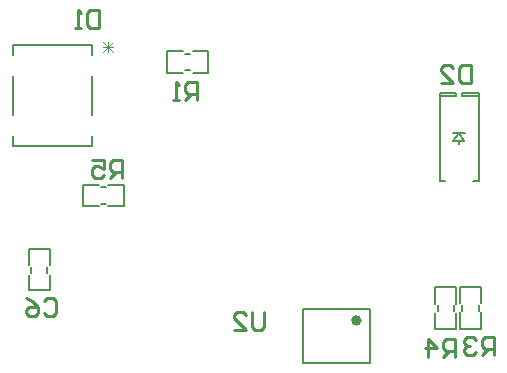
<source format=gbr>
%TF.GenerationSoftware,Altium Limited,Altium Designer,23.2.1 (34)*%
G04 Layer_Color=32896*
%FSLAX45Y45*%
%MOMM*%
%TF.SameCoordinates,76BEBE9A-6656-4806-BAFE-41FAB228EB9C*%
%TF.FilePolarity,Positive*%
%TF.FileFunction,Legend,Bot*%
%TF.Part,Single*%
G01*
G75*
%TA.AperFunction,NonConductor*%
%ADD33C,0.25400*%
%ADD36C,0.17780*%
%ADD39C,0.20000*%
%ADD40C,0.15240*%
%ADD41C,0.07620*%
G36*
X3645200Y405090D02*
X3705780D01*
Y464800D01*
X3645200D01*
Y405090D01*
D02*
G37*
D33*
X2895559Y507975D02*
Y381017D01*
X2870167Y355625D01*
X2819383D01*
X2793992Y381017D01*
Y507975D01*
X2641641Y355625D02*
X2743208D01*
X2641641Y457192D01*
Y482583D01*
X2667033Y507975D01*
X2717816D01*
X2743208Y482583D01*
X1689059Y1638325D02*
Y1790675D01*
X1612883D01*
X1587492Y1765283D01*
Y1714500D01*
X1612883Y1689108D01*
X1689059D01*
X1638275D02*
X1587492Y1638325D01*
X1435141Y1790675D02*
X1536708D01*
Y1714500D01*
X1485925Y1739892D01*
X1460533D01*
X1435141Y1714500D01*
Y1663717D01*
X1460533Y1638325D01*
X1511316D01*
X1536708Y1663717D01*
X4508459Y127025D02*
Y279375D01*
X4432283D01*
X4406892Y253983D01*
Y203200D01*
X4432283Y177808D01*
X4508459D01*
X4457675D02*
X4406892Y127025D01*
X4279933D02*
Y279375D01*
X4356108Y203200D01*
X4254541D01*
X4838659Y139725D02*
Y292075D01*
X4762483D01*
X4737092Y266683D01*
Y215900D01*
X4762483Y190508D01*
X4838659D01*
X4787875D02*
X4737092Y139725D01*
X4686308Y266683D02*
X4660916Y292075D01*
X4610133D01*
X4584741Y266683D01*
Y241292D01*
X4610133Y215900D01*
X4635525D01*
X4610133D01*
X4584741Y190508D01*
Y165117D01*
X4610133Y139725D01*
X4660916D01*
X4686308Y165117D01*
X2324067Y2298725D02*
Y2451075D01*
X2247892D01*
X2222500Y2425683D01*
Y2374900D01*
X2247892Y2349508D01*
X2324067D01*
X2273283D02*
X2222500Y2298725D01*
X2171716D02*
X2120933D01*
X2146324D01*
Y2451075D01*
X2171716Y2425683D01*
X4648200Y2595831D02*
Y2443480D01*
X4572025D01*
X4546633Y2468872D01*
Y2570439D01*
X4572025Y2595831D01*
X4648200D01*
X4394282Y2443480D02*
X4495849D01*
X4394282Y2545047D01*
Y2570439D01*
X4419674Y2595831D01*
X4470457D01*
X4495849Y2570439D01*
X1498567Y3060675D02*
Y2908325D01*
X1422392D01*
X1397000Y2933717D01*
Y3035283D01*
X1422392Y3060675D01*
X1498567D01*
X1346216Y2908325D02*
X1295433D01*
X1320824D01*
Y3060675D01*
X1346216Y3035283D01*
X1029032Y602543D02*
X1054424Y627935D01*
X1105207D01*
X1130599Y602543D01*
Y500976D01*
X1105207Y475585D01*
X1054424D01*
X1029032Y500976D01*
X876681Y627935D02*
X927465Y602543D01*
X978248Y551760D01*
Y500976D01*
X952856Y475585D01*
X902073D01*
X876681Y500976D01*
Y526368D01*
X902073Y551760D01*
X978248D01*
D36*
X1513420Y1423940D02*
X1559140D01*
X1513420Y1561100D02*
X1559140D01*
X4710700Y518000D02*
Y563720D01*
X4573540Y518000D02*
Y563720D01*
X4363179Y517160D02*
Y562880D01*
X4500339Y517160D02*
Y562880D01*
X2225460Y2553700D02*
X2271180D01*
X2225460Y2690860D02*
X2271180D01*
X922360Y840320D02*
Y886040D01*
X1059520Y840320D02*
Y886040D01*
D39*
X3711255Y434800D02*
G03*
X3711255Y434800I-36055J0D01*
G01*
X1361700Y1402080D02*
X1495880D01*
X1361700D02*
Y1582420D01*
X1495880D01*
X1573380D02*
X1711700D01*
X1573380Y1402080D02*
X1711700D01*
Y1582420D01*
X4551680Y365440D02*
X4732020D01*
X4551680D02*
Y503760D01*
X4732020Y365440D02*
Y503760D01*
Y581260D02*
Y715440D01*
X4551680D02*
X4732020D01*
X4551680Y581260D02*
Y715440D01*
X4341859D02*
X4522199D01*
Y577120D02*
Y715440D01*
X4341859Y577120D02*
Y715440D01*
Y365440D02*
Y499620D01*
Y365440D02*
X4522199D01*
Y499620D01*
X4711700Y1612900D02*
Y2356200D01*
X4664100Y1612900D02*
X4711700D01*
X4572000Y2356200D02*
X4711700D01*
X4381500Y1612900D02*
X4429100D01*
X4572000Y2336800D02*
Y2356200D01*
Y2336800D02*
X4711700D01*
X4381500D02*
X4521200D01*
Y2356200D01*
X4381500Y1612900D02*
Y2356200D01*
X4521200D01*
X4496600Y2021200D02*
X4596600D01*
X4546600D02*
X4586600Y1951200D01*
X4496600D02*
X4546600Y2021200D01*
X4496600Y1951200D02*
X4586600D01*
X4546600Y2021200D02*
Y2031200D01*
Y1931200D02*
Y1951200D01*
X2072900Y2532380D02*
Y2712720D01*
X2211220D01*
X2072900Y2532380D02*
X2211220D01*
X2288720D02*
X2422900D01*
Y2712720D01*
X2288720D02*
X2422900D01*
X3790200Y74800D02*
Y534800D01*
X3220200Y74800D02*
X3790200D01*
X3220200D02*
Y534800D01*
X3790200D01*
X901700Y688340D02*
Y822780D01*
Y900280D02*
Y1038860D01*
X1079500Y900280D02*
Y1038860D01*
Y688340D02*
Y822780D01*
X901700Y1038860D02*
X1079500D01*
X901700Y688340D02*
X1079500D01*
D40*
X768350Y2171914D02*
Y2501686D01*
X1441450Y1908810D02*
Y1993686D01*
Y2171914D02*
Y2501686D01*
Y2679914D02*
Y2764790D01*
X768350D02*
X1441450D01*
X768350Y1908810D02*
Y1993686D01*
Y1908810D02*
X1441450D01*
X768350Y2679914D02*
Y2764790D01*
D41*
X1611825Y2795579D02*
X1527186Y2710940D01*
X1611825D02*
X1527186Y2795579D01*
X1611825Y2753259D02*
X1527186D01*
X1569505Y2710940D02*
Y2795579D01*
%TF.MD5,0dc24a4971852440fa3d206d8b1b164f*%
M02*

</source>
